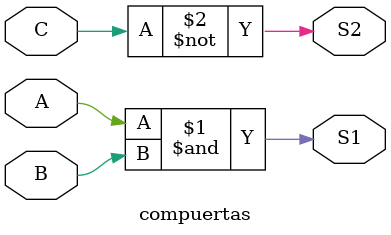
<source format=v>
module compuertas(A,B,C,S1,S2); 
input A; 
input B;
input C;

output S1;
output S2;


assign S1 = A & B; // Asignamos a S1 A and B.
assign S2 = ~C;  // Asignamos a S2 C negado.


endmodule

</source>
